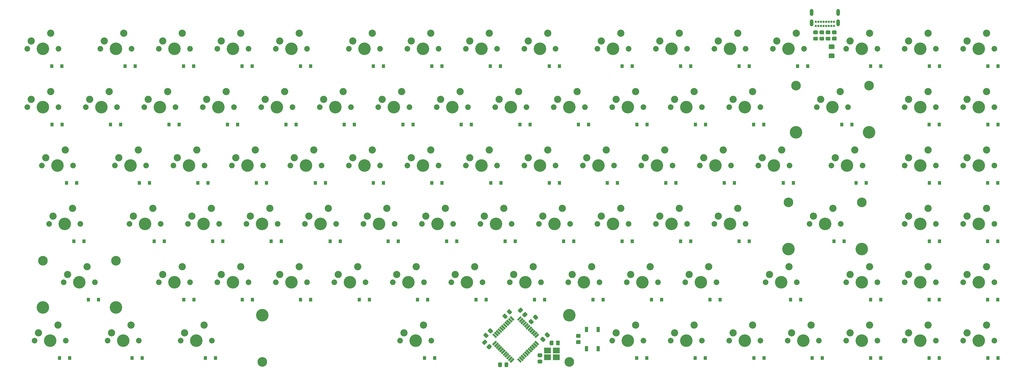
<source format=gbr>
%TF.GenerationSoftware,KiCad,Pcbnew,(5.1.6)-1*%
%TF.CreationDate,2020-11-27T09:17:25-06:00*%
%TF.ProjectId,zero-percent-keyboard,7a65726f-2d70-4657-9263-656e742d6b65,rev?*%
%TF.SameCoordinates,Original*%
%TF.FileFunction,Soldermask,Bot*%
%TF.FilePolarity,Negative*%
%FSLAX46Y46*%
G04 Gerber Fmt 4.6, Leading zero omitted, Abs format (unit mm)*
G04 Created by KiCad (PCBNEW (5.1.6)-1) date 2020-11-27 09:17:25*
%MOMM*%
%LPD*%
G01*
G04 APERTURE LIST*
%ADD10C,2.350000*%
%ADD11C,4.087800*%
%ADD12C,1.850000*%
%ADD13C,3.148000*%
%ADD14R,1.000000X1.300000*%
%ADD15R,2.200000X1.900000*%
%ADD16C,0.100000*%
%ADD17R,1.100000X1.800000*%
%ADD18O,1.208000X2.316000*%
%ADD19C,0.750000*%
G04 APERTURE END LIST*
D10*
%TO.C,MX82*%
X170625120Y-131334410D03*
D11*
X168085120Y-136414410D03*
D10*
X164275120Y-133874410D03*
D12*
X163005120Y-136414410D03*
X173165120Y-136414410D03*
D13*
X118085220Y-143399410D03*
X218085020Y-143399410D03*
D11*
X118085220Y-128159410D03*
X218085020Y-128159410D03*
%TD*%
D10*
%TO.C,MX80*%
X75374720Y-131334410D03*
D11*
X72834720Y-136414410D03*
D10*
X69024720Y-133874410D03*
D12*
X67754720Y-136414410D03*
X77914720Y-136414410D03*
%TD*%
D10*
%TO.C,MX76*%
X315881980Y-112284330D03*
D11*
X313341980Y-117364330D03*
D10*
X309531980Y-114824330D03*
D12*
X308261980Y-117364330D03*
X318421980Y-117364330D03*
%TD*%
D10*
%TO.C,MX75*%
X289688120Y-112284330D03*
D11*
X287148120Y-117364330D03*
D10*
X283338120Y-114824330D03*
D12*
X282068120Y-117364330D03*
X292228120Y-117364330D03*
%TD*%
D14*
%TO.C,D75*%
X290197000Y-123063000D03*
X293497000Y-123063000D03*
%TD*%
D15*
%TO.C,X1*%
X213868000Y-141859000D03*
X210968000Y-141859000D03*
X210968000Y-139659000D03*
X213868000Y-139659000D03*
%TD*%
D16*
%TO.C,U1*%
G36*
X200253413Y-129493940D02*
G01*
X199793794Y-129953559D01*
X198662423Y-128822188D01*
X199122042Y-128362569D01*
X200253413Y-129493940D01*
G37*
G36*
X199687728Y-130059626D02*
G01*
X199228109Y-130519245D01*
X198096738Y-129387874D01*
X198556357Y-128928255D01*
X199687728Y-130059626D01*
G37*
G36*
X199122043Y-130625311D02*
G01*
X198662424Y-131084930D01*
X197531053Y-129953559D01*
X197990672Y-129493940D01*
X199122043Y-130625311D01*
G37*
G36*
X198556357Y-131190996D02*
G01*
X198096738Y-131650615D01*
X196965367Y-130519244D01*
X197424986Y-130059625D01*
X198556357Y-131190996D01*
G37*
G36*
X197990672Y-131756682D02*
G01*
X197531053Y-132216301D01*
X196399682Y-131084930D01*
X196859301Y-130625311D01*
X197990672Y-131756682D01*
G37*
G36*
X197424986Y-132322367D02*
G01*
X196965367Y-132781986D01*
X195833996Y-131650615D01*
X196293615Y-131190996D01*
X197424986Y-132322367D01*
G37*
G36*
X196859301Y-132888053D02*
G01*
X196399682Y-133347672D01*
X195268311Y-132216301D01*
X195727930Y-131756682D01*
X196859301Y-132888053D01*
G37*
G36*
X196293615Y-133453738D02*
G01*
X195833996Y-133913357D01*
X194702625Y-132781986D01*
X195162244Y-132322367D01*
X196293615Y-133453738D01*
G37*
G36*
X195727930Y-134019424D02*
G01*
X195268311Y-134479043D01*
X194136940Y-133347672D01*
X194596559Y-132888053D01*
X195727930Y-134019424D01*
G37*
G36*
X195162245Y-134585109D02*
G01*
X194702626Y-135044728D01*
X193571255Y-133913357D01*
X194030874Y-133453738D01*
X195162245Y-134585109D01*
G37*
G36*
X194596559Y-135150794D02*
G01*
X194136940Y-135610413D01*
X193005569Y-134479042D01*
X193465188Y-134019423D01*
X194596559Y-135150794D01*
G37*
G36*
X194136940Y-136423587D02*
G01*
X194596559Y-136883206D01*
X193465188Y-138014577D01*
X193005569Y-137554958D01*
X194136940Y-136423587D01*
G37*
G36*
X194702626Y-136989272D02*
G01*
X195162245Y-137448891D01*
X194030874Y-138580262D01*
X193571255Y-138120643D01*
X194702626Y-136989272D01*
G37*
G36*
X195268311Y-137554957D02*
G01*
X195727930Y-138014576D01*
X194596559Y-139145947D01*
X194136940Y-138686328D01*
X195268311Y-137554957D01*
G37*
G36*
X195833996Y-138120643D02*
G01*
X196293615Y-138580262D01*
X195162244Y-139711633D01*
X194702625Y-139252014D01*
X195833996Y-138120643D01*
G37*
G36*
X196399682Y-138686328D02*
G01*
X196859301Y-139145947D01*
X195727930Y-140277318D01*
X195268311Y-139817699D01*
X196399682Y-138686328D01*
G37*
G36*
X196965367Y-139252014D02*
G01*
X197424986Y-139711633D01*
X196293615Y-140843004D01*
X195833996Y-140383385D01*
X196965367Y-139252014D01*
G37*
G36*
X197531053Y-139817699D02*
G01*
X197990672Y-140277318D01*
X196859301Y-141408689D01*
X196399682Y-140949070D01*
X197531053Y-139817699D01*
G37*
G36*
X198096738Y-140383385D02*
G01*
X198556357Y-140843004D01*
X197424986Y-141974375D01*
X196965367Y-141514756D01*
X198096738Y-140383385D01*
G37*
G36*
X198662424Y-140949070D02*
G01*
X199122043Y-141408689D01*
X197990672Y-142540060D01*
X197531053Y-142080441D01*
X198662424Y-140949070D01*
G37*
G36*
X199228109Y-141514755D02*
G01*
X199687728Y-141974374D01*
X198556357Y-143105745D01*
X198096738Y-142646126D01*
X199228109Y-141514755D01*
G37*
G36*
X199793794Y-142080441D02*
G01*
X200253413Y-142540060D01*
X199122042Y-143671431D01*
X198662423Y-143211812D01*
X199793794Y-142080441D01*
G37*
G36*
X202657577Y-143211812D02*
G01*
X202197958Y-143671431D01*
X201066587Y-142540060D01*
X201526206Y-142080441D01*
X202657577Y-143211812D01*
G37*
G36*
X203223262Y-142646126D02*
G01*
X202763643Y-143105745D01*
X201632272Y-141974374D01*
X202091891Y-141514755D01*
X203223262Y-142646126D01*
G37*
G36*
X203788947Y-142080441D02*
G01*
X203329328Y-142540060D01*
X202197957Y-141408689D01*
X202657576Y-140949070D01*
X203788947Y-142080441D01*
G37*
G36*
X204354633Y-141514756D02*
G01*
X203895014Y-141974375D01*
X202763643Y-140843004D01*
X203223262Y-140383385D01*
X204354633Y-141514756D01*
G37*
G36*
X204920318Y-140949070D02*
G01*
X204460699Y-141408689D01*
X203329328Y-140277318D01*
X203788947Y-139817699D01*
X204920318Y-140949070D01*
G37*
G36*
X205486004Y-140383385D02*
G01*
X205026385Y-140843004D01*
X203895014Y-139711633D01*
X204354633Y-139252014D01*
X205486004Y-140383385D01*
G37*
G36*
X206051689Y-139817699D02*
G01*
X205592070Y-140277318D01*
X204460699Y-139145947D01*
X204920318Y-138686328D01*
X206051689Y-139817699D01*
G37*
G36*
X206617375Y-139252014D02*
G01*
X206157756Y-139711633D01*
X205026385Y-138580262D01*
X205486004Y-138120643D01*
X206617375Y-139252014D01*
G37*
G36*
X207183060Y-138686328D02*
G01*
X206723441Y-139145947D01*
X205592070Y-138014576D01*
X206051689Y-137554957D01*
X207183060Y-138686328D01*
G37*
G36*
X207748745Y-138120643D02*
G01*
X207289126Y-138580262D01*
X206157755Y-137448891D01*
X206617374Y-136989272D01*
X207748745Y-138120643D01*
G37*
G36*
X208314431Y-137554958D02*
G01*
X207854812Y-138014577D01*
X206723441Y-136883206D01*
X207183060Y-136423587D01*
X208314431Y-137554958D01*
G37*
G36*
X207854812Y-134019423D02*
G01*
X208314431Y-134479042D01*
X207183060Y-135610413D01*
X206723441Y-135150794D01*
X207854812Y-134019423D01*
G37*
G36*
X207289126Y-133453738D02*
G01*
X207748745Y-133913357D01*
X206617374Y-135044728D01*
X206157755Y-134585109D01*
X207289126Y-133453738D01*
G37*
G36*
X206723441Y-132888053D02*
G01*
X207183060Y-133347672D01*
X206051689Y-134479043D01*
X205592070Y-134019424D01*
X206723441Y-132888053D01*
G37*
G36*
X206157756Y-132322367D02*
G01*
X206617375Y-132781986D01*
X205486004Y-133913357D01*
X205026385Y-133453738D01*
X206157756Y-132322367D01*
G37*
G36*
X205592070Y-131756682D02*
G01*
X206051689Y-132216301D01*
X204920318Y-133347672D01*
X204460699Y-132888053D01*
X205592070Y-131756682D01*
G37*
G36*
X205026385Y-131190996D02*
G01*
X205486004Y-131650615D01*
X204354633Y-132781986D01*
X203895014Y-132322367D01*
X205026385Y-131190996D01*
G37*
G36*
X204460699Y-130625311D02*
G01*
X204920318Y-131084930D01*
X203788947Y-132216301D01*
X203329328Y-131756682D01*
X204460699Y-130625311D01*
G37*
G36*
X203895014Y-130059625D02*
G01*
X204354633Y-130519244D01*
X203223262Y-131650615D01*
X202763643Y-131190996D01*
X203895014Y-130059625D01*
G37*
G36*
X203329328Y-129493940D02*
G01*
X203788947Y-129953559D01*
X202657576Y-131084930D01*
X202197957Y-130625311D01*
X203329328Y-129493940D01*
G37*
G36*
X202763643Y-128928255D02*
G01*
X203223262Y-129387874D01*
X202091891Y-130519245D01*
X201632272Y-130059626D01*
X202763643Y-128928255D01*
G37*
G36*
X202197958Y-128362569D02*
G01*
X202657577Y-128822188D01*
X201526206Y-129953559D01*
X201066587Y-129493940D01*
X202197958Y-128362569D01*
G37*
%TD*%
D17*
%TO.C,SW1*%
X223715500Y-132740000D03*
X223715500Y-139040000D03*
X227515500Y-132740000D03*
X227515500Y-139040000D03*
%TD*%
%TO.C,R6*%
G36*
G01*
X220565238Y-136281000D02*
X221521762Y-136281000D01*
G75*
G02*
X221793500Y-136552738I0J-271738D01*
G01*
X221793500Y-137259262D01*
G75*
G02*
X221521762Y-137531000I-271738J0D01*
G01*
X220565238Y-137531000D01*
G75*
G02*
X220293500Y-137259262I0J271738D01*
G01*
X220293500Y-136552738D01*
G75*
G02*
X220565238Y-136281000I271738J0D01*
G01*
G37*
G36*
G01*
X220565238Y-134231000D02*
X221521762Y-134231000D01*
G75*
G02*
X221793500Y-134502738I0J-271738D01*
G01*
X221793500Y-135209262D01*
G75*
G02*
X221521762Y-135481000I-271738J0D01*
G01*
X220565238Y-135481000D01*
G75*
G02*
X220293500Y-135209262I0J271738D01*
G01*
X220293500Y-134502738D01*
G75*
G02*
X220565238Y-134231000I271738J0D01*
G01*
G37*
%TD*%
%TO.C,R5*%
G36*
G01*
X304897262Y-36430000D02*
X303940738Y-36430000D01*
G75*
G02*
X303669000Y-36158262I0J271738D01*
G01*
X303669000Y-35451738D01*
G75*
G02*
X303940738Y-35180000I271738J0D01*
G01*
X304897262Y-35180000D01*
G75*
G02*
X305169000Y-35451738I0J-271738D01*
G01*
X305169000Y-36158262D01*
G75*
G02*
X304897262Y-36430000I-271738J0D01*
G01*
G37*
G36*
G01*
X304897262Y-38480000D02*
X303940738Y-38480000D01*
G75*
G02*
X303669000Y-38208262I0J271738D01*
G01*
X303669000Y-37501738D01*
G75*
G02*
X303940738Y-37230000I271738J0D01*
G01*
X304897262Y-37230000D01*
G75*
G02*
X305169000Y-37501738I0J-271738D01*
G01*
X305169000Y-38208262D01*
G75*
G02*
X304897262Y-38480000I-271738J0D01*
G01*
G37*
%TD*%
%TO.C,R4*%
G36*
G01*
X298801262Y-36439000D02*
X297844738Y-36439000D01*
G75*
G02*
X297573000Y-36167262I0J271738D01*
G01*
X297573000Y-35460738D01*
G75*
G02*
X297844738Y-35189000I271738J0D01*
G01*
X298801262Y-35189000D01*
G75*
G02*
X299073000Y-35460738I0J-271738D01*
G01*
X299073000Y-36167262D01*
G75*
G02*
X298801262Y-36439000I-271738J0D01*
G01*
G37*
G36*
G01*
X298801262Y-38489000D02*
X297844738Y-38489000D01*
G75*
G02*
X297573000Y-38217262I0J271738D01*
G01*
X297573000Y-37510738D01*
G75*
G02*
X297844738Y-37239000I271738J0D01*
G01*
X298801262Y-37239000D01*
G75*
G02*
X299073000Y-37510738I0J-271738D01*
G01*
X299073000Y-38217262D01*
G75*
G02*
X298801262Y-38489000I-271738J0D01*
G01*
G37*
%TD*%
%TO.C,R3*%
G36*
G01*
X300833262Y-36439000D02*
X299876738Y-36439000D01*
G75*
G02*
X299605000Y-36167262I0J271738D01*
G01*
X299605000Y-35460738D01*
G75*
G02*
X299876738Y-35189000I271738J0D01*
G01*
X300833262Y-35189000D01*
G75*
G02*
X301105000Y-35460738I0J-271738D01*
G01*
X301105000Y-36167262D01*
G75*
G02*
X300833262Y-36439000I-271738J0D01*
G01*
G37*
G36*
G01*
X300833262Y-38489000D02*
X299876738Y-38489000D01*
G75*
G02*
X299605000Y-38217262I0J271738D01*
G01*
X299605000Y-37510738D01*
G75*
G02*
X299876738Y-37239000I271738J0D01*
G01*
X300833262Y-37239000D01*
G75*
G02*
X301105000Y-37510738I0J-271738D01*
G01*
X301105000Y-38217262D01*
G75*
G02*
X300833262Y-38489000I-271738J0D01*
G01*
G37*
%TD*%
%TO.C,R2*%
G36*
G01*
X302865262Y-36439000D02*
X301908738Y-36439000D01*
G75*
G02*
X301637000Y-36167262I0J271738D01*
G01*
X301637000Y-35460738D01*
G75*
G02*
X301908738Y-35189000I271738J0D01*
G01*
X302865262Y-35189000D01*
G75*
G02*
X303137000Y-35460738I0J-271738D01*
G01*
X303137000Y-36167262D01*
G75*
G02*
X302865262Y-36439000I-271738J0D01*
G01*
G37*
G36*
G01*
X302865262Y-38489000D02*
X301908738Y-38489000D01*
G75*
G02*
X301637000Y-38217262I0J271738D01*
G01*
X301637000Y-37510738D01*
G75*
G02*
X301908738Y-37239000I271738J0D01*
G01*
X302865262Y-37239000D01*
G75*
G02*
X303137000Y-37510738I0J-271738D01*
G01*
X303137000Y-38217262D01*
G75*
G02*
X302865262Y-38489000I-271738J0D01*
G01*
G37*
%TD*%
%TO.C,R1*%
G36*
G01*
X191317340Y-137046975D02*
X190640976Y-137723340D01*
G75*
G02*
X190256680Y-137723340I-192148J192148D01*
G01*
X189757092Y-137223752D01*
G75*
G02*
X189757092Y-136839456I192148J192148D01*
G01*
X190433456Y-136163092D01*
G75*
G02*
X190817752Y-136163092I192148J-192148D01*
G01*
X191317340Y-136662680D01*
G75*
G02*
X191317340Y-137046976I-192148J-192148D01*
G01*
G37*
G36*
G01*
X192766908Y-138496543D02*
X192090544Y-139172908D01*
G75*
G02*
X191706248Y-139172908I-192148J192148D01*
G01*
X191206660Y-138673320D01*
G75*
G02*
X191206660Y-138289024I192148J192148D01*
G01*
X191883024Y-137612660D01*
G75*
G02*
X192267320Y-137612660I192148J-192148D01*
G01*
X192766908Y-138112248D01*
G75*
G02*
X192766908Y-138496544I-192148J-192148D01*
G01*
G37*
%TD*%
D10*
%TO.C,MX89*%
X353982140Y-131334410D03*
D11*
X351442140Y-136414410D03*
D10*
X347632140Y-133874410D03*
D12*
X346362140Y-136414410D03*
X356522140Y-136414410D03*
%TD*%
D10*
%TO.C,MX88*%
X334932060Y-131334410D03*
D11*
X332392060Y-136414410D03*
D10*
X328582060Y-133874410D03*
D12*
X327312060Y-136414410D03*
X337472060Y-136414410D03*
%TD*%
D10*
%TO.C,MX87*%
X315881980Y-131334410D03*
D11*
X313341980Y-136414410D03*
D10*
X309531980Y-133874410D03*
D12*
X308261980Y-136414410D03*
X318421980Y-136414410D03*
%TD*%
D10*
%TO.C,MX86*%
X296831900Y-131334410D03*
D11*
X294291900Y-136414410D03*
D10*
X290481900Y-133874410D03*
D12*
X289211900Y-136414410D03*
X299371900Y-136414410D03*
%TD*%
D10*
%TO.C,MX85*%
X277781820Y-131334410D03*
D11*
X275241820Y-136414410D03*
D10*
X271431820Y-133874410D03*
D12*
X270161820Y-136414410D03*
X280321820Y-136414410D03*
%TD*%
D10*
%TO.C,MX84*%
X258731740Y-131334410D03*
D11*
X256191740Y-136414410D03*
D10*
X252381740Y-133874410D03*
D12*
X251111740Y-136414410D03*
X261271740Y-136414410D03*
%TD*%
D10*
%TO.C,MX83*%
X239681660Y-131334410D03*
D11*
X237141660Y-136414410D03*
D10*
X233331660Y-133874410D03*
D12*
X232061660Y-136414410D03*
X242221660Y-136414410D03*
%TD*%
D10*
%TO.C,MX81*%
X99187320Y-131334410D03*
D11*
X96647320Y-136414410D03*
D10*
X92837320Y-133874410D03*
D12*
X91567320Y-136414410D03*
X101727320Y-136414410D03*
%TD*%
D10*
%TO.C,MX79*%
X51562120Y-131334410D03*
D11*
X49022120Y-136414410D03*
D10*
X45212120Y-133874410D03*
D12*
X43942120Y-136414410D03*
X54102120Y-136414410D03*
%TD*%
D10*
%TO.C,MX78*%
X353982140Y-112284330D03*
D11*
X351442140Y-117364330D03*
D10*
X347632140Y-114824330D03*
D12*
X346362140Y-117364330D03*
X356522140Y-117364330D03*
%TD*%
D10*
%TO.C,MX77*%
X334932060Y-112284330D03*
D11*
X332392060Y-117364330D03*
D10*
X328582060Y-114824330D03*
D12*
X327312060Y-117364330D03*
X337472060Y-117364330D03*
%TD*%
D10*
%TO.C,MX74*%
X263494260Y-112284330D03*
D11*
X260954260Y-117364330D03*
D10*
X257144260Y-114824330D03*
D12*
X255874260Y-117364330D03*
X266034260Y-117364330D03*
%TD*%
D10*
%TO.C,MX73*%
X244444180Y-112284330D03*
D11*
X241904180Y-117364330D03*
D10*
X238094180Y-114824330D03*
D12*
X236824180Y-117364330D03*
X246984180Y-117364330D03*
%TD*%
D10*
%TO.C,MX72*%
X225394100Y-112284330D03*
D11*
X222854100Y-117364330D03*
D10*
X219044100Y-114824330D03*
D12*
X217774100Y-117364330D03*
X227934100Y-117364330D03*
%TD*%
D10*
%TO.C,MX71*%
X206344020Y-112284330D03*
D11*
X203804020Y-117364330D03*
D10*
X199994020Y-114824330D03*
D12*
X198724020Y-117364330D03*
X208884020Y-117364330D03*
%TD*%
D10*
%TO.C,MX70*%
X187293940Y-112284330D03*
D11*
X184753940Y-117364330D03*
D10*
X180943940Y-114824330D03*
D12*
X179673940Y-117364330D03*
X189833940Y-117364330D03*
%TD*%
D10*
%TO.C,MX69*%
X168243860Y-112284330D03*
D11*
X165703860Y-117364330D03*
D10*
X161893860Y-114824330D03*
D12*
X160623860Y-117364330D03*
X170783860Y-117364330D03*
%TD*%
D10*
%TO.C,MX68*%
X149193780Y-112284330D03*
D11*
X146653780Y-117364330D03*
D10*
X142843780Y-114824330D03*
D12*
X141573780Y-117364330D03*
X151733780Y-117364330D03*
%TD*%
D10*
%TO.C,MX67*%
X130143700Y-112284330D03*
D11*
X127603700Y-117364330D03*
D10*
X123793700Y-114824330D03*
D12*
X122523700Y-117364330D03*
X132683700Y-117364330D03*
%TD*%
D10*
%TO.C,MX66*%
X111093620Y-112284330D03*
D11*
X108553620Y-117364330D03*
D10*
X104743620Y-114824330D03*
D12*
X103473620Y-117364330D03*
X113633620Y-117364330D03*
%TD*%
D10*
%TO.C,MX65*%
X92043540Y-112284330D03*
D11*
X89503540Y-117364330D03*
D10*
X85693540Y-114824330D03*
D12*
X84423540Y-117364330D03*
X94583540Y-117364330D03*
%TD*%
D10*
%TO.C,MX64*%
X61087160Y-112284330D03*
D11*
X58547160Y-117364330D03*
D10*
X54737160Y-114824330D03*
D12*
X53467160Y-117364330D03*
X63627160Y-117364330D03*
D13*
X46640910Y-110379330D03*
X70453410Y-110379330D03*
D11*
X46640910Y-125619330D03*
X70453410Y-125619330D03*
%TD*%
D10*
%TO.C,MX63*%
X353982140Y-93234250D03*
D11*
X351442140Y-98314250D03*
D10*
X347632140Y-95774250D03*
D12*
X346362140Y-98314250D03*
X356522140Y-98314250D03*
%TD*%
D10*
%TO.C,MX62*%
X334932060Y-93234250D03*
D11*
X332392060Y-98314250D03*
D10*
X328582060Y-95774250D03*
D12*
X327312060Y-98314250D03*
X337472060Y-98314250D03*
%TD*%
D10*
%TO.C,MX61*%
X303975680Y-93234250D03*
D11*
X301435680Y-98314250D03*
D10*
X297625680Y-95774250D03*
D12*
X296355680Y-98314250D03*
X306515680Y-98314250D03*
D13*
X289529430Y-91329250D03*
X313341930Y-91329250D03*
D11*
X289529430Y-106569250D03*
X313341930Y-106569250D03*
%TD*%
D10*
%TO.C,MX60*%
X273019300Y-93234250D03*
D11*
X270479300Y-98314250D03*
D10*
X266669300Y-95774250D03*
D12*
X265399300Y-98314250D03*
X275559300Y-98314250D03*
%TD*%
D10*
%TO.C,MX59*%
X253969220Y-93234250D03*
D11*
X251429220Y-98314250D03*
D10*
X247619220Y-95774250D03*
D12*
X246349220Y-98314250D03*
X256509220Y-98314250D03*
%TD*%
D10*
%TO.C,MX58*%
X234919140Y-93234250D03*
D11*
X232379140Y-98314250D03*
D10*
X228569140Y-95774250D03*
D12*
X227299140Y-98314250D03*
X237459140Y-98314250D03*
%TD*%
D10*
%TO.C,MX57*%
X215869060Y-93234250D03*
D11*
X213329060Y-98314250D03*
D10*
X209519060Y-95774250D03*
D12*
X208249060Y-98314250D03*
X218409060Y-98314250D03*
%TD*%
D10*
%TO.C,MX56*%
X196818980Y-93234250D03*
D11*
X194278980Y-98314250D03*
D10*
X190468980Y-95774250D03*
D12*
X189198980Y-98314250D03*
X199358980Y-98314250D03*
%TD*%
D10*
%TO.C,MX55*%
X177768900Y-93234250D03*
D11*
X175228900Y-98314250D03*
D10*
X171418900Y-95774250D03*
D12*
X170148900Y-98314250D03*
X180308900Y-98314250D03*
%TD*%
D10*
%TO.C,MX54*%
X158718820Y-93234250D03*
D11*
X156178820Y-98314250D03*
D10*
X152368820Y-95774250D03*
D12*
X151098820Y-98314250D03*
X161258820Y-98314250D03*
%TD*%
D10*
%TO.C,MX53*%
X139668740Y-93234250D03*
D11*
X137128740Y-98314250D03*
D10*
X133318740Y-95774250D03*
D12*
X132048740Y-98314250D03*
X142208740Y-98314250D03*
%TD*%
D10*
%TO.C,MX52*%
X120618660Y-93234250D03*
D11*
X118078660Y-98314250D03*
D10*
X114268660Y-95774250D03*
D12*
X112998660Y-98314250D03*
X123158660Y-98314250D03*
%TD*%
D10*
%TO.C,MX51*%
X101568580Y-93234250D03*
D11*
X99028580Y-98314250D03*
D10*
X95218580Y-95774250D03*
D12*
X93948580Y-98314250D03*
X104108580Y-98314250D03*
%TD*%
D10*
%TO.C,MX50*%
X82518500Y-93234250D03*
D11*
X79978500Y-98314250D03*
D10*
X76168500Y-95774250D03*
D12*
X74898500Y-98314250D03*
X85058500Y-98314250D03*
%TD*%
D10*
%TO.C,MX49*%
X56324640Y-93234250D03*
D11*
X53784640Y-98314250D03*
D10*
X49974640Y-95774250D03*
D12*
X48704640Y-98314250D03*
X58864640Y-98314250D03*
%TD*%
D10*
%TO.C,MX48*%
X353982140Y-74184170D03*
D11*
X351442140Y-79264170D03*
D10*
X347632140Y-76724170D03*
D12*
X346362140Y-79264170D03*
X356522140Y-79264170D03*
%TD*%
D10*
%TO.C,MX47*%
X334932060Y-74184170D03*
D11*
X332392060Y-79264170D03*
D10*
X328582060Y-76724170D03*
D12*
X327312060Y-79264170D03*
X337472060Y-79264170D03*
%TD*%
D10*
%TO.C,MX46*%
X311119460Y-74184170D03*
D11*
X308579460Y-79264170D03*
D10*
X304769460Y-76724170D03*
D12*
X303499460Y-79264170D03*
X313659460Y-79264170D03*
%TD*%
D10*
%TO.C,MX45*%
X287306860Y-74184170D03*
D11*
X284766860Y-79264170D03*
D10*
X280956860Y-76724170D03*
D12*
X279686860Y-79264170D03*
X289846860Y-79264170D03*
%TD*%
D10*
%TO.C,MX44*%
X268256780Y-74184170D03*
D11*
X265716780Y-79264170D03*
D10*
X261906780Y-76724170D03*
D12*
X260636780Y-79264170D03*
X270796780Y-79264170D03*
%TD*%
D10*
%TO.C,MX43*%
X249206700Y-74184170D03*
D11*
X246666700Y-79264170D03*
D10*
X242856700Y-76724170D03*
D12*
X241586700Y-79264170D03*
X251746700Y-79264170D03*
%TD*%
D10*
%TO.C,MX42*%
X230156620Y-74184170D03*
D11*
X227616620Y-79264170D03*
D10*
X223806620Y-76724170D03*
D12*
X222536620Y-79264170D03*
X232696620Y-79264170D03*
%TD*%
D10*
%TO.C,MX41*%
X211106540Y-74184170D03*
D11*
X208566540Y-79264170D03*
D10*
X204756540Y-76724170D03*
D12*
X203486540Y-79264170D03*
X213646540Y-79264170D03*
%TD*%
D10*
%TO.C,MX40*%
X192056460Y-74184170D03*
D11*
X189516460Y-79264170D03*
D10*
X185706460Y-76724170D03*
D12*
X184436460Y-79264170D03*
X194596460Y-79264170D03*
%TD*%
D10*
%TO.C,MX39*%
X173006380Y-74184170D03*
D11*
X170466380Y-79264170D03*
D10*
X166656380Y-76724170D03*
D12*
X165386380Y-79264170D03*
X175546380Y-79264170D03*
%TD*%
D10*
%TO.C,MX38*%
X153956300Y-74184170D03*
D11*
X151416300Y-79264170D03*
D10*
X147606300Y-76724170D03*
D12*
X146336300Y-79264170D03*
X156496300Y-79264170D03*
%TD*%
D10*
%TO.C,MX37*%
X134906220Y-74184170D03*
D11*
X132366220Y-79264170D03*
D10*
X128556220Y-76724170D03*
D12*
X127286220Y-79264170D03*
X137446220Y-79264170D03*
%TD*%
D10*
%TO.C,MX36*%
X115856140Y-74184170D03*
D11*
X113316140Y-79264170D03*
D10*
X109506140Y-76724170D03*
D12*
X108236140Y-79264170D03*
X118396140Y-79264170D03*
%TD*%
D10*
%TO.C,MX35*%
X96806060Y-74184170D03*
D11*
X94266060Y-79264170D03*
D10*
X90456060Y-76724170D03*
D12*
X89186060Y-79264170D03*
X99346060Y-79264170D03*
%TD*%
D10*
%TO.C,MX34*%
X77755980Y-74184170D03*
D11*
X75215980Y-79264170D03*
D10*
X71405980Y-76724170D03*
D12*
X70135980Y-79264170D03*
X80295980Y-79264170D03*
%TD*%
D10*
%TO.C,MX33*%
X53943380Y-74184170D03*
D11*
X51403380Y-79264170D03*
D10*
X47593380Y-76724170D03*
D12*
X46323380Y-79264170D03*
X56483380Y-79264170D03*
%TD*%
D10*
%TO.C,MX32*%
X353982140Y-55134090D03*
D11*
X351442140Y-60214090D03*
D10*
X347632140Y-57674090D03*
D12*
X346362140Y-60214090D03*
X356522140Y-60214090D03*
%TD*%
D10*
%TO.C,MX31*%
X334932060Y-55134090D03*
D11*
X332392060Y-60214090D03*
D10*
X328582060Y-57674090D03*
D12*
X327312060Y-60214090D03*
X337472060Y-60214090D03*
%TD*%
D10*
%TO.C,MX30*%
X306356940Y-55134090D03*
D11*
X303816940Y-60214090D03*
D10*
X300006940Y-57674090D03*
D12*
X298736940Y-60214090D03*
X308896940Y-60214090D03*
D13*
X291910690Y-53229090D03*
X315723190Y-53229090D03*
D11*
X291910690Y-68469090D03*
X315723190Y-68469090D03*
%TD*%
D10*
%TO.C,MX29*%
X277781820Y-55134090D03*
D11*
X275241820Y-60214090D03*
D10*
X271431820Y-57674090D03*
D12*
X270161820Y-60214090D03*
X280321820Y-60214090D03*
%TD*%
D10*
%TO.C,MX28*%
X258731740Y-55134090D03*
D11*
X256191740Y-60214090D03*
D10*
X252381740Y-57674090D03*
D12*
X251111740Y-60214090D03*
X261271740Y-60214090D03*
%TD*%
D10*
%TO.C,MX27*%
X239681660Y-55134090D03*
D11*
X237141660Y-60214090D03*
D10*
X233331660Y-57674090D03*
D12*
X232061660Y-60214090D03*
X242221660Y-60214090D03*
%TD*%
D10*
%TO.C,MX26*%
X220631580Y-55134090D03*
D11*
X218091580Y-60214090D03*
D10*
X214281580Y-57674090D03*
D12*
X213011580Y-60214090D03*
X223171580Y-60214090D03*
%TD*%
D10*
%TO.C,MX25*%
X201581500Y-55134090D03*
D11*
X199041500Y-60214090D03*
D10*
X195231500Y-57674090D03*
D12*
X193961500Y-60214090D03*
X204121500Y-60214090D03*
%TD*%
D10*
%TO.C,MX24*%
X182531420Y-55134090D03*
D11*
X179991420Y-60214090D03*
D10*
X176181420Y-57674090D03*
D12*
X174911420Y-60214090D03*
X185071420Y-60214090D03*
%TD*%
D10*
%TO.C,MX23*%
X163481340Y-55134090D03*
D11*
X160941340Y-60214090D03*
D10*
X157131340Y-57674090D03*
D12*
X155861340Y-60214090D03*
X166021340Y-60214090D03*
%TD*%
D10*
%TO.C,MX22*%
X144431260Y-55134090D03*
D11*
X141891260Y-60214090D03*
D10*
X138081260Y-57674090D03*
D12*
X136811260Y-60214090D03*
X146971260Y-60214090D03*
%TD*%
D10*
%TO.C,MX21*%
X125381180Y-55134090D03*
D11*
X122841180Y-60214090D03*
D10*
X119031180Y-57674090D03*
D12*
X117761180Y-60214090D03*
X127921180Y-60214090D03*
%TD*%
D10*
%TO.C,MX20*%
X106331100Y-55134090D03*
D11*
X103791100Y-60214090D03*
D10*
X99981100Y-57674090D03*
D12*
X98711100Y-60214090D03*
X108871100Y-60214090D03*
%TD*%
D10*
%TO.C,MX19*%
X87281020Y-55134090D03*
D11*
X84741020Y-60214090D03*
D10*
X80931020Y-57674090D03*
D12*
X79661020Y-60214090D03*
X89821020Y-60214090D03*
%TD*%
D10*
%TO.C,MX18*%
X68230940Y-55134090D03*
D11*
X65690940Y-60214090D03*
D10*
X61880940Y-57674090D03*
D12*
X60610940Y-60214090D03*
X70770940Y-60214090D03*
%TD*%
D10*
%TO.C,MX17*%
X49180860Y-55134090D03*
D11*
X46640860Y-60214090D03*
D10*
X42830860Y-57674090D03*
D12*
X41560860Y-60214090D03*
X51720860Y-60214090D03*
%TD*%
D10*
%TO.C,MX16*%
X353982140Y-36084010D03*
D11*
X351442140Y-41164010D03*
D10*
X347632140Y-38624010D03*
D12*
X346362140Y-41164010D03*
X356522140Y-41164010D03*
%TD*%
D10*
%TO.C,MX15*%
X334932060Y-36084010D03*
D11*
X332392060Y-41164010D03*
D10*
X328582060Y-38624010D03*
D12*
X327312060Y-41164010D03*
X337472060Y-41164010D03*
%TD*%
D10*
%TO.C,MX14*%
X315881980Y-36084010D03*
D11*
X313341980Y-41164010D03*
D10*
X309531980Y-38624010D03*
D12*
X308261980Y-41164010D03*
X318421980Y-41164010D03*
%TD*%
D10*
%TO.C,MX13*%
X292069380Y-36084010D03*
D11*
X289529380Y-41164010D03*
D10*
X285719380Y-38624010D03*
D12*
X284449380Y-41164010D03*
X294609380Y-41164010D03*
%TD*%
D10*
%TO.C,MX12*%
X273019300Y-36084010D03*
D11*
X270479300Y-41164010D03*
D10*
X266669300Y-38624010D03*
D12*
X265399300Y-41164010D03*
X275559300Y-41164010D03*
%TD*%
D10*
%TO.C,MX11*%
X253969220Y-36084010D03*
D11*
X251429220Y-41164010D03*
D10*
X247619220Y-38624010D03*
D12*
X246349220Y-41164010D03*
X256509220Y-41164010D03*
%TD*%
D10*
%TO.C,MX10*%
X234919140Y-36084010D03*
D11*
X232379140Y-41164010D03*
D10*
X228569140Y-38624010D03*
D12*
X227299140Y-41164010D03*
X237459140Y-41164010D03*
%TD*%
D10*
%TO.C,MX9*%
X211106540Y-36084010D03*
D11*
X208566540Y-41164010D03*
D10*
X204756540Y-38624010D03*
D12*
X203486540Y-41164010D03*
X213646540Y-41164010D03*
%TD*%
D10*
%TO.C,MX8*%
X192056460Y-36084010D03*
D11*
X189516460Y-41164010D03*
D10*
X185706460Y-38624010D03*
D12*
X184436460Y-41164010D03*
X194596460Y-41164010D03*
%TD*%
D10*
%TO.C,MX7*%
X173006380Y-36084010D03*
D11*
X170466380Y-41164010D03*
D10*
X166656380Y-38624010D03*
D12*
X165386380Y-41164010D03*
X175546380Y-41164010D03*
%TD*%
D10*
%TO.C,MX6*%
X153956300Y-36084010D03*
D11*
X151416300Y-41164010D03*
D10*
X147606300Y-38624010D03*
D12*
X146336300Y-41164010D03*
X156496300Y-41164010D03*
%TD*%
D10*
%TO.C,MX5*%
X130143700Y-36084010D03*
D11*
X127603700Y-41164010D03*
D10*
X123793700Y-38624010D03*
D12*
X122523700Y-41164010D03*
X132683700Y-41164010D03*
%TD*%
D10*
%TO.C,MX4*%
X111093620Y-36084010D03*
D11*
X108553620Y-41164010D03*
D10*
X104743620Y-38624010D03*
D12*
X103473620Y-41164010D03*
X113633620Y-41164010D03*
%TD*%
D10*
%TO.C,MX3*%
X92043540Y-36084010D03*
D11*
X89503540Y-41164010D03*
D10*
X85693540Y-38624010D03*
D12*
X84423540Y-41164010D03*
X94583540Y-41164010D03*
%TD*%
D10*
%TO.C,MX2*%
X72993460Y-36084010D03*
D11*
X70453460Y-41164010D03*
D10*
X66643460Y-38624010D03*
D12*
X65373460Y-41164010D03*
X75533460Y-41164010D03*
%TD*%
D10*
%TO.C,MX1*%
X49180860Y-36084010D03*
D11*
X46640860Y-41164010D03*
D10*
X42830860Y-38624010D03*
D12*
X41560860Y-41164010D03*
X51720860Y-41164010D03*
%TD*%
D18*
%TO.C,J1*%
X305689000Y-29337000D03*
X297039000Y-29337000D03*
X297039000Y-32717000D03*
X305689000Y-32717000D03*
D19*
X304339000Y-32347000D03*
X303489000Y-32347000D03*
X302639000Y-32347000D03*
X301789000Y-32347000D03*
X300939000Y-32347000D03*
X300089000Y-32347000D03*
X299239000Y-32347000D03*
X298389000Y-32347000D03*
X298389000Y-33697000D03*
X299239000Y-33697000D03*
X300089000Y-33697000D03*
X300939000Y-33697000D03*
X301789000Y-33697000D03*
X302639000Y-33697000D03*
X303489000Y-33697000D03*
X304339000Y-33697000D03*
%TD*%
%TO.C,F1*%
G36*
G01*
X302872544Y-42725500D02*
X304187456Y-42725500D01*
G75*
G02*
X304455000Y-42993044I0J-267544D01*
G01*
X304455000Y-43982956D01*
G75*
G02*
X304187456Y-44250500I-267544J0D01*
G01*
X302872544Y-44250500D01*
G75*
G02*
X302605000Y-43982956I0J267544D01*
G01*
X302605000Y-42993044D01*
G75*
G02*
X302872544Y-42725500I267544J0D01*
G01*
G37*
G36*
G01*
X302872544Y-39750500D02*
X304187456Y-39750500D01*
G75*
G02*
X304455000Y-40018044I0J-267544D01*
G01*
X304455000Y-41007956D01*
G75*
G02*
X304187456Y-41275500I-267544J0D01*
G01*
X302872544Y-41275500D01*
G75*
G02*
X302605000Y-41007956I0J267544D01*
G01*
X302605000Y-40018044D01*
G75*
G02*
X302872544Y-39750500I267544J0D01*
G01*
G37*
%TD*%
D14*
%TO.C,D89*%
X354457000Y-142113000D03*
X357757000Y-142113000D03*
%TD*%
%TO.C,D88*%
X335281000Y-142113000D03*
X338581000Y-142113000D03*
%TD*%
%TO.C,D87*%
X316231000Y-142113000D03*
X319531000Y-142113000D03*
%TD*%
%TO.C,D86*%
X297181000Y-142113000D03*
X300481000Y-142113000D03*
%TD*%
%TO.C,D85*%
X278259000Y-142113000D03*
X281559000Y-142113000D03*
%TD*%
%TO.C,D84*%
X259081000Y-142113000D03*
X262381000Y-142113000D03*
%TD*%
%TO.C,D83*%
X240031000Y-142113000D03*
X243331000Y-142113000D03*
%TD*%
%TO.C,D82*%
X170943000Y-142113000D03*
X174243000Y-142113000D03*
%TD*%
%TO.C,D81*%
X99569000Y-142113000D03*
X102869000Y-142113000D03*
%TD*%
%TO.C,D80*%
X75693000Y-142113000D03*
X78993000Y-142113000D03*
%TD*%
%TO.C,D79*%
X52071000Y-142113000D03*
X55371000Y-142113000D03*
%TD*%
%TO.C,D78*%
X354331000Y-123063000D03*
X357631000Y-123063000D03*
%TD*%
%TO.C,D77*%
X335281000Y-123063000D03*
X338581000Y-123063000D03*
%TD*%
%TO.C,D76*%
X316231000Y-123063000D03*
X319531000Y-123063000D03*
%TD*%
%TO.C,D74*%
X263907000Y-123063000D03*
X267207000Y-123063000D03*
%TD*%
%TO.C,D73*%
X244857000Y-123063000D03*
X248157000Y-123063000D03*
%TD*%
%TO.C,D72*%
X225807000Y-123063000D03*
X229107000Y-123063000D03*
%TD*%
%TO.C,D71*%
X206757000Y-123063000D03*
X210057000Y-123063000D03*
%TD*%
%TO.C,D70*%
X187707000Y-123063000D03*
X191007000Y-123063000D03*
%TD*%
%TO.C,D69*%
X168657000Y-123063000D03*
X171957000Y-123063000D03*
%TD*%
%TO.C,D68*%
X149735000Y-123063000D03*
X153035000Y-123063000D03*
%TD*%
%TO.C,D67*%
X130557000Y-123063000D03*
X133857000Y-123063000D03*
%TD*%
%TO.C,D66*%
X111635000Y-123063000D03*
X114935000Y-123063000D03*
%TD*%
%TO.C,D65*%
X92583000Y-123063000D03*
X95883000Y-123063000D03*
%TD*%
%TO.C,D64*%
X61469000Y-123063000D03*
X64769000Y-123063000D03*
%TD*%
%TO.C,D63*%
X354331000Y-104013000D03*
X357631000Y-104013000D03*
%TD*%
%TO.C,D62*%
X335407000Y-104013000D03*
X338707000Y-104013000D03*
%TD*%
%TO.C,D61*%
X304293000Y-104013000D03*
X307593000Y-104013000D03*
%TD*%
%TO.C,D60*%
X273431000Y-104013000D03*
X276731000Y-104013000D03*
%TD*%
%TO.C,D59*%
X254383000Y-104013000D03*
X257683000Y-104013000D03*
%TD*%
%TO.C,D58*%
X235333000Y-104013000D03*
X238633000Y-104013000D03*
%TD*%
%TO.C,D57*%
X216283000Y-104013000D03*
X219583000Y-104013000D03*
%TD*%
%TO.C,D56*%
X197231000Y-104013000D03*
X200531000Y-104013000D03*
%TD*%
%TO.C,D55*%
X178183000Y-104013000D03*
X181483000Y-104013000D03*
%TD*%
%TO.C,D54*%
X159133000Y-104013000D03*
X162433000Y-104013000D03*
%TD*%
%TO.C,D53*%
X140209000Y-104013000D03*
X143509000Y-104013000D03*
%TD*%
%TO.C,D52*%
X121033000Y-104013000D03*
X124333000Y-104013000D03*
%TD*%
%TO.C,D51*%
X101983000Y-104013000D03*
X105283000Y-104013000D03*
%TD*%
%TO.C,D50*%
X82933000Y-104013000D03*
X86233000Y-104013000D03*
%TD*%
%TO.C,D49*%
X56771000Y-104013000D03*
X60071000Y-104013000D03*
%TD*%
%TO.C,D48*%
X354331000Y-84963000D03*
X357631000Y-84963000D03*
%TD*%
%TO.C,D47*%
X335409000Y-84963000D03*
X338709000Y-84963000D03*
%TD*%
%TO.C,D46*%
X311531000Y-84963000D03*
X314831000Y-84963000D03*
%TD*%
%TO.C,D45*%
X287783000Y-84963000D03*
X291083000Y-84963000D03*
%TD*%
%TO.C,D44*%
X268607000Y-84963000D03*
X271907000Y-84963000D03*
%TD*%
%TO.C,D43*%
X249557000Y-84963000D03*
X252857000Y-84963000D03*
%TD*%
%TO.C,D42*%
X230507000Y-84963000D03*
X233807000Y-84963000D03*
%TD*%
%TO.C,D41*%
X211583000Y-84963000D03*
X214883000Y-84963000D03*
%TD*%
%TO.C,D40*%
X192533000Y-84963000D03*
X195833000Y-84963000D03*
%TD*%
%TO.C,D39*%
X173357000Y-84963000D03*
X176657000Y-84963000D03*
%TD*%
%TO.C,D38*%
X154307000Y-84963000D03*
X157607000Y-84963000D03*
%TD*%
%TO.C,D37*%
X135383000Y-84963000D03*
X138683000Y-84963000D03*
%TD*%
%TO.C,D36*%
X116207000Y-84963000D03*
X119507000Y-84963000D03*
%TD*%
%TO.C,D35*%
X97157000Y-84963000D03*
X100457000Y-84963000D03*
%TD*%
%TO.C,D34*%
X78107000Y-84963000D03*
X81407000Y-84963000D03*
%TD*%
%TO.C,D33*%
X54357000Y-84963000D03*
X57657000Y-84963000D03*
%TD*%
%TO.C,D32*%
X354459000Y-65913000D03*
X357759000Y-65913000D03*
%TD*%
%TO.C,D31*%
X335281000Y-65913000D03*
X338581000Y-65913000D03*
%TD*%
%TO.C,D30*%
X306833000Y-65913000D03*
X310133000Y-65913000D03*
%TD*%
%TO.C,D29*%
X278131000Y-65913000D03*
X281431000Y-65913000D03*
%TD*%
%TO.C,D28*%
X259207000Y-65913000D03*
X262507000Y-65913000D03*
%TD*%
%TO.C,D27*%
X240159000Y-65913000D03*
X243459000Y-65913000D03*
%TD*%
%TO.C,D26*%
X221107000Y-65913000D03*
X224407000Y-65913000D03*
%TD*%
%TO.C,D25*%
X202059000Y-65913000D03*
X205359000Y-65913000D03*
%TD*%
%TO.C,D24*%
X182881000Y-65913000D03*
X186181000Y-65913000D03*
%TD*%
%TO.C,D23*%
X163959000Y-65913000D03*
X167259000Y-65913000D03*
%TD*%
%TO.C,D22*%
X144781000Y-65913000D03*
X148081000Y-65913000D03*
%TD*%
%TO.C,D21*%
X125859000Y-65913000D03*
X129159000Y-65913000D03*
%TD*%
%TO.C,D20*%
X106809000Y-65913000D03*
X110109000Y-65913000D03*
%TD*%
%TO.C,D19*%
X87759000Y-65913000D03*
X91059000Y-65913000D03*
%TD*%
%TO.C,D18*%
X68709000Y-65913000D03*
X72009000Y-65913000D03*
%TD*%
%TO.C,D17*%
X49659000Y-65913000D03*
X52959000Y-65913000D03*
%TD*%
%TO.C,D16*%
X354459000Y-46863000D03*
X357759000Y-46863000D03*
%TD*%
%TO.C,D15*%
X335409000Y-46863000D03*
X338709000Y-46863000D03*
%TD*%
%TO.C,D14*%
X316231000Y-46863000D03*
X319531000Y-46863000D03*
%TD*%
%TO.C,D13*%
X292483000Y-46863000D03*
X295783000Y-46863000D03*
%TD*%
%TO.C,D12*%
X273433000Y-46863000D03*
X276733000Y-46863000D03*
%TD*%
%TO.C,D11*%
X254383000Y-46863000D03*
X257683000Y-46863000D03*
%TD*%
%TO.C,D10*%
X235333000Y-46863000D03*
X238633000Y-46863000D03*
%TD*%
%TO.C,D9*%
X211583000Y-46863000D03*
X214883000Y-46863000D03*
%TD*%
%TO.C,D8*%
X192407000Y-46863000D03*
X195707000Y-46863000D03*
%TD*%
%TO.C,D7*%
X173357000Y-46863000D03*
X176657000Y-46863000D03*
%TD*%
%TO.C,D6*%
X154307000Y-46863000D03*
X157607000Y-46863000D03*
%TD*%
%TO.C,D5*%
X130557000Y-46863000D03*
X133857000Y-46863000D03*
%TD*%
%TO.C,D4*%
X111507000Y-46863000D03*
X114807000Y-46863000D03*
%TD*%
%TO.C,D3*%
X92457000Y-46863000D03*
X95757000Y-46863000D03*
%TD*%
%TO.C,D2*%
X73407000Y-46863000D03*
X76707000Y-46863000D03*
%TD*%
%TO.C,D1*%
X49531000Y-46863000D03*
X52831000Y-46863000D03*
%TD*%
%TO.C,C8*%
G36*
G01*
X208055738Y-142631000D02*
X209012262Y-142631000D01*
G75*
G02*
X209284000Y-142902738I0J-271738D01*
G01*
X209284000Y-143609262D01*
G75*
G02*
X209012262Y-143881000I-271738J0D01*
G01*
X208055738Y-143881000D01*
G75*
G02*
X207784000Y-143609262I0J271738D01*
G01*
X207784000Y-142902738D01*
G75*
G02*
X208055738Y-142631000I271738J0D01*
G01*
G37*
G36*
G01*
X208055738Y-140581000D02*
X209012262Y-140581000D01*
G75*
G02*
X209284000Y-140852738I0J-271738D01*
G01*
X209284000Y-141559262D01*
G75*
G02*
X209012262Y-141831000I-271738J0D01*
G01*
X208055738Y-141831000D01*
G75*
G02*
X207784000Y-141559262I0J271738D01*
G01*
X207784000Y-140852738D01*
G75*
G02*
X208055738Y-140581000I271738J0D01*
G01*
G37*
%TD*%
%TO.C,C7*%
G36*
G01*
X212969000Y-136681738D02*
X212969000Y-137638262D01*
G75*
G02*
X212697262Y-137910000I-271738J0D01*
G01*
X211990738Y-137910000D01*
G75*
G02*
X211719000Y-137638262I0J271738D01*
G01*
X211719000Y-136681738D01*
G75*
G02*
X211990738Y-136410000I271738J0D01*
G01*
X212697262Y-136410000D01*
G75*
G02*
X212969000Y-136681738I0J-271738D01*
G01*
G37*
G36*
G01*
X215019000Y-136681738D02*
X215019000Y-137638262D01*
G75*
G02*
X214747262Y-137910000I-271738J0D01*
G01*
X214040738Y-137910000D01*
G75*
G02*
X213769000Y-137638262I0J271738D01*
G01*
X213769000Y-136681738D01*
G75*
G02*
X214040738Y-136410000I271738J0D01*
G01*
X214747262Y-136410000D01*
G75*
G02*
X215019000Y-136681738I0J-271738D01*
G01*
G37*
%TD*%
%TO.C,C6*%
G36*
G01*
X202964124Y-126595759D02*
X202287760Y-127272124D01*
G75*
G02*
X201903464Y-127272124I-192148J192148D01*
G01*
X201403876Y-126772536D01*
G75*
G02*
X201403876Y-126388240I192148J192148D01*
G01*
X202080240Y-125711876D01*
G75*
G02*
X202464536Y-125711876I192148J-192148D01*
G01*
X202964124Y-126211464D01*
G75*
G02*
X202964124Y-126595760I-192148J-192148D01*
G01*
G37*
G36*
G01*
X204413692Y-128045327D02*
X203737328Y-128721692D01*
G75*
G02*
X203353032Y-128721692I-192148J192148D01*
G01*
X202853444Y-128222104D01*
G75*
G02*
X202853444Y-127837808I192148J192148D01*
G01*
X203529808Y-127161444D01*
G75*
G02*
X203914104Y-127161444I192148J-192148D01*
G01*
X204413692Y-127661032D01*
G75*
G02*
X204413692Y-128045328I-192148J-192148D01*
G01*
G37*
%TD*%
%TO.C,C5*%
G36*
G01*
X210843241Y-135347556D02*
X210166876Y-134671192D01*
G75*
G02*
X210166876Y-134286896I192148J192148D01*
G01*
X210666464Y-133787308D01*
G75*
G02*
X211050760Y-133787308I192148J-192148D01*
G01*
X211727124Y-134463672D01*
G75*
G02*
X211727124Y-134847968I-192148J-192148D01*
G01*
X211227536Y-135347556D01*
G75*
G02*
X210843240Y-135347556I-192148J192148D01*
G01*
G37*
G36*
G01*
X209393673Y-136797124D02*
X208717308Y-136120760D01*
G75*
G02*
X208717308Y-135736464I192148J192148D01*
G01*
X209216896Y-135236876D01*
G75*
G02*
X209601192Y-135236876I192148J-192148D01*
G01*
X210277556Y-135913240D01*
G75*
G02*
X210277556Y-136297536I-192148J-192148D01*
G01*
X209777968Y-136797124D01*
G75*
G02*
X209393672Y-136797124I-192148J192148D01*
G01*
G37*
%TD*%
%TO.C,C4*%
G36*
G01*
X197282191Y-127669444D02*
X197958556Y-128345808D01*
G75*
G02*
X197958556Y-128730104I-192148J-192148D01*
G01*
X197458968Y-129229692D01*
G75*
G02*
X197074672Y-129229692I-192148J192148D01*
G01*
X196398308Y-128553328D01*
G75*
G02*
X196398308Y-128169032I192148J192148D01*
G01*
X196897896Y-127669444D01*
G75*
G02*
X197282192Y-127669444I192148J-192148D01*
G01*
G37*
G36*
G01*
X198731759Y-126219876D02*
X199408124Y-126896240D01*
G75*
G02*
X199408124Y-127280536I-192148J-192148D01*
G01*
X198908536Y-127780124D01*
G75*
G02*
X198524240Y-127780124I-192148J192148D01*
G01*
X197847876Y-127103760D01*
G75*
G02*
X197847876Y-126719464I192148J192148D01*
G01*
X198347464Y-126219876D01*
G75*
G02*
X198731760Y-126219876I192148J-192148D01*
G01*
G37*
%TD*%
%TO.C,C3*%
G36*
G01*
X191059191Y-133892444D02*
X191735556Y-134568808D01*
G75*
G02*
X191735556Y-134953104I-192148J-192148D01*
G01*
X191235968Y-135452692D01*
G75*
G02*
X190851672Y-135452692I-192148J192148D01*
G01*
X190175308Y-134776328D01*
G75*
G02*
X190175308Y-134392032I192148J192148D01*
G01*
X190674896Y-133892444D01*
G75*
G02*
X191059192Y-133892444I192148J-192148D01*
G01*
G37*
G36*
G01*
X192508759Y-132442876D02*
X193185124Y-133119240D01*
G75*
G02*
X193185124Y-133503536I-192148J-192148D01*
G01*
X192685536Y-134003124D01*
G75*
G02*
X192301240Y-134003124I-192148J192148D01*
G01*
X191624876Y-133326760D01*
G75*
G02*
X191624876Y-132942464I192148J192148D01*
G01*
X192124464Y-132442876D01*
G75*
G02*
X192508760Y-132442876I192148J-192148D01*
G01*
G37*
%TD*%
%TO.C,C2*%
G36*
G01*
X196196000Y-143793738D02*
X196196000Y-144750262D01*
G75*
G02*
X195924262Y-145022000I-271738J0D01*
G01*
X195217738Y-145022000D01*
G75*
G02*
X194946000Y-144750262I0J271738D01*
G01*
X194946000Y-143793738D01*
G75*
G02*
X195217738Y-143522000I271738J0D01*
G01*
X195924262Y-143522000D01*
G75*
G02*
X196196000Y-143793738I0J-271738D01*
G01*
G37*
G36*
G01*
X198246000Y-143793738D02*
X198246000Y-144750262D01*
G75*
G02*
X197974262Y-145022000I-271738J0D01*
G01*
X197267738Y-145022000D01*
G75*
G02*
X196996000Y-144750262I0J271738D01*
G01*
X196996000Y-143793738D01*
G75*
G02*
X197267738Y-143522000I271738J0D01*
G01*
X197974262Y-143522000D01*
G75*
G02*
X198246000Y-143793738I0J-271738D01*
G01*
G37*
%TD*%
%TO.C,C1*%
G36*
G01*
X207033241Y-129558124D02*
X206356876Y-128881760D01*
G75*
G02*
X206356876Y-128497464I192148J192148D01*
G01*
X206856464Y-127997876D01*
G75*
G02*
X207240760Y-127997876I192148J-192148D01*
G01*
X207917124Y-128674240D01*
G75*
G02*
X207917124Y-129058536I-192148J-192148D01*
G01*
X207417536Y-129558124D01*
G75*
G02*
X207033240Y-129558124I-192148J192148D01*
G01*
G37*
G36*
G01*
X205583673Y-131007692D02*
X204907308Y-130331328D01*
G75*
G02*
X204907308Y-129947032I192148J192148D01*
G01*
X205406896Y-129447444D01*
G75*
G02*
X205791192Y-129447444I192148J-192148D01*
G01*
X206467556Y-130123808D01*
G75*
G02*
X206467556Y-130508104I-192148J-192148D01*
G01*
X205967968Y-131007692D01*
G75*
G02*
X205583672Y-131007692I-192148J192148D01*
G01*
G37*
%TD*%
M02*

</source>
